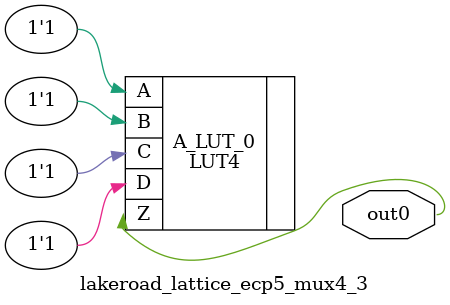
<source format=v>
/* Generated by Yosys 0.19 (git sha1 a45c131b37c, clang 13.1.6 -fPIC -Os) */

module lakeroad_lattice_ecp5_mux4_3(out0);
  wire _0_;
  wire _1_;
  wire _2_;
  wire _3_;
  wire _4_;
  wire _5_;
  wire _6_;
  output out0;
  wire out0;
  LUT4 #(
    .INIT(16'h8000)
  ) A_LUT_0 (
    .A(1'h1),
    .B(1'h1),
    .C(1'h1),
    .D(1'h1),
    .Z(out0)
  );
  LUT4 #(
    .INIT(16'h0000)
  ) B_LUT_1 (
    .A(1'h1),
    .B(1'h1),
    .C(1'h1),
    .D(1'h1),
    .Z(_6_)
  );
  LUT4 #(
    .INIT(16'h0000)
  ) C_LUT_2 (
    .A(1'h1),
    .B(1'h1),
    .C(1'h1),
    .D(1'h1),
    .Z(_5_)
  );
  LUT4 #(
    .INIT(16'h0000)
  ) D_LUT_3 (
    .A(1'h1),
    .B(1'h1),
    .C(1'h1),
    .D(1'h1),
    .Z(_4_)
  );
  LUT4 #(
    .INIT(16'h0000)
  ) E_LUT_4 (
    .A(1'h1),
    .B(1'h1),
    .C(1'h1),
    .D(1'h1),
    .Z(_3_)
  );
  LUT4 #(
    .INIT(16'h0000)
  ) F_LUT_5 (
    .A(1'h1),
    .B(1'h1),
    .C(1'h1),
    .D(1'h1),
    .Z(_2_)
  );
  LUT4 #(
    .INIT(16'h0000)
  ) G_LUT_6 (
    .A(1'h1),
    .B(1'h1),
    .C(1'h1),
    .D(1'h1),
    .Z(_1_)
  );
  LUT4 #(
    .INIT(16'h0000)
  ) H_LUT_7 (
    .A(1'h1),
    .B(1'h1),
    .C(1'h1),
    .D(1'h1),
    .Z(_0_)
  );
endmodule


</source>
